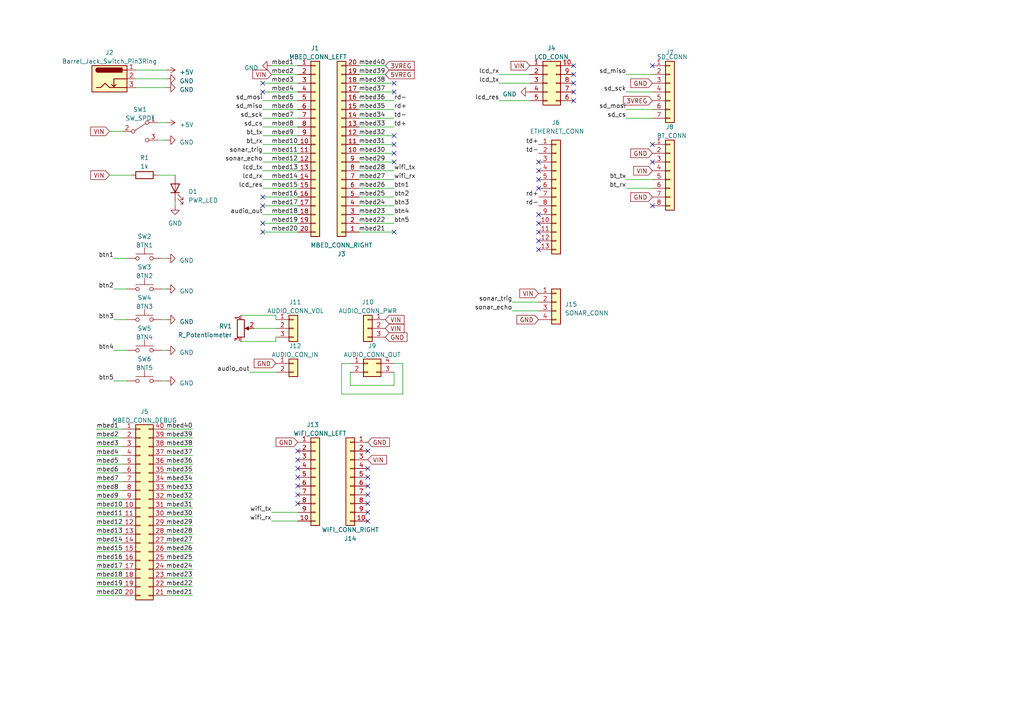
<source format=kicad_sch>
(kicad_sch (version 20230121) (generator eeschema)
  (paper "A4")
  (title_block (title "RoostaBoosta") (date "2023-04-13") (rev "1.0") (comment 1 "A simple header breakout schematic for project."))
  (lib_symbols
    (symbol "Connector:Barrel_Jack_Switch_Pin3Ring" (pin_names hide)
      (property "Reference" "J" (at 0 5.334 0))
      (property "Value" "Barrel_Jack_Switch_Pin3Ring" (at 0 -5.08 0))
      (symbol "Barrel_Jack_Switch_Pin3Ring_0_1"
        (rectangle (start -5.08 3.81) (end 5.08 -3.81) (stroke (width 0.254)) (fill (type background)))
        (arc (start -3.302 3.175) (mid -3.9343 2.54) (end -3.302 1.905) (stroke (width 0.254)))
        (arc (start -3.302 3.175) (mid -3.9343 2.54) (end -3.302 1.905) (stroke (width 0.254)) (fill (type outline)))
        (polyline (pts (xy 1.27 -2.286) (xy 1.905 -1.651)) (stroke (width 0.254)))
        (polyline (pts (xy 5.08 2.54) (xy 3.81 2.54)) (stroke (width 0.254)))
        (polyline (pts (xy 5.08 0) (xy 1.27 0) (xy 1.27 -2.286) (xy 0.635 -1.651)) (stroke (width 0.254)))
        (polyline (pts (xy -3.81 -2.54) (xy -2.54 -2.54) (xy -1.27 -1.27) (xy 0 -2.54) (xy 2.54 -2.54) (xy 5.08 -2.54)) (stroke (width 0.254)))
        (rectangle (start 3.683 3.175) (end -3.302 1.905) (stroke (width 0.254)) (fill (type outline)))
      )
      (symbol "Barrel_Jack_Switch_Pin3Ring_1_1"
        (pin passive line (at 7.62 2.54 180) (length 2.54) (name "~") (number "1"))
        (pin passive line (at 7.62 0 180) (length 2.54) (name "~") (number "2"))
        (pin passive line (at 7.62 -2.54 180) (length 2.54) (name "~") (number "3"))
      )
    )
    (symbol "Connector_Generic:Conn_01x02" (pin_names (offset 1.016) hide)
      (property "Reference" "J" (at 0 2.54 0))
      (property "Value" "Conn_01x02" (at 0 -5.08 0))
      (symbol "Conn_01x02_1_1"
        (rectangle (start -1.27 -2.413) (end 0 -2.667) (stroke (width 0.1524)))
        (rectangle (start -1.27 0.127) (end 0 -0.127) (stroke (width 0.1524)))
        (rectangle (start -1.27 1.27) (end 1.27 -3.81) (stroke (width 0.254)) (fill (type background)))
        (pin passive line (at -5.08 0 0) (length 3.81) (name "Pin_1") (number "1"))
        (pin passive line (at -5.08 -2.54 0) (length 3.81) (name "Pin_2") (number "2"))
      )
    )
    (symbol "Connector_Generic:Conn_01x03" (pin_names (offset 1.016) hide)
      (property "Reference" "J" (at 0 5.08 0))
      (property "Value" "Conn_01x03" (at 0 -5.08 0))
      (symbol "Conn_01x03_1_1"
        (rectangle (start -1.27 -2.413) (end 0 -2.667) (stroke (width 0.1524)))
        (rectangle (start -1.27 0.127) (end 0 -0.127) (stroke (width 0.1524)))
        (rectangle (start -1.27 2.667) (end 0 2.413) (stroke (width 0.1524)))
        (rectangle (start -1.27 3.81) (end 1.27 -3.81) (stroke (width 0.254)) (fill (type background)))
        (pin passive line (at -5.08 2.54 0) (length 3.81) (name "Pin_1") (number "1"))
        (pin passive line (at -5.08 0 0) (length 3.81) (name "Pin_2") (number "2"))
        (pin passive line (at -5.08 -2.54 0) (length 3.81) (name "Pin_3") (number "3"))
      )
    )
    (symbol "Connector_Generic:Conn_01x04" (pin_names (offset 1.016) hide)
      (property "Reference" "J" (at 0 5.08 0))
      (property "Value" "Conn_01x04" (at 0 -7.62 0))
      (symbol "Conn_01x04_1_1"
        (rectangle (start -1.27 -4.953) (end 0 -5.207) (stroke (width 0.1524)))
        (rectangle (start -1.27 -2.413) (end 0 -2.667) (stroke (width 0.1524)))
        (rectangle (start -1.27 0.127) (end 0 -0.127) (stroke (width 0.1524)))
        (rectangle (start -1.27 2.667) (end 0 2.413) (stroke (width 0.1524)))
        (rectangle (start -1.27 3.81) (end 1.27 -6.35) (stroke (width 0.254)) (fill (type background)))
        (pin passive line (at -5.08 2.54 0) (length 3.81) (name "Pin_1") (number "1"))
        (pin passive line (at -5.08 0 0) (length 3.81) (name "Pin_2") (number "2"))
        (pin passive line (at -5.08 -2.54 0) (length 3.81) (name "Pin_3") (number "3"))
        (pin passive line (at -5.08 -5.08 0) (length 3.81) (name "Pin_4") (number "4"))
      )
    )
    (symbol "Connector_Generic:Conn_01x07" (pin_names (offset 1.016) hide)
      (property "Reference" "J" (at 0 10.16 0))
      (property "Value" "Conn_01x07" (at 0 -10.16 0))
      (symbol "Conn_01x07_1_1"
        (rectangle (start -1.27 -7.493) (end 0 -7.747) (stroke (width 0.1524)))
        (rectangle (start -1.27 -4.953) (end 0 -5.207) (stroke (width 0.1524)))
        (rectangle (start -1.27 -2.413) (end 0 -2.667) (stroke (width 0.1524)))
        (rectangle (start -1.27 0.127) (end 0 -0.127) (stroke (width 0.1524)))
        (rectangle (start -1.27 2.667) (end 0 2.413) (stroke (width 0.1524)))
        (rectangle (start -1.27 5.207) (end 0 4.953) (stroke (width 0.1524)))
        (rectangle (start -1.27 7.747) (end 0 7.493) (stroke (width 0.1524)))
        (rectangle (start -1.27 8.89) (end 1.27 -8.89) (stroke (width 0.254)) (fill (type background)))
        (pin passive line (at -5.08 7.62 0) (length 3.81) (name "Pin_1") (number "1"))
        (pin passive line (at -5.08 5.08 0) (length 3.81) (name "Pin_2") (number "2"))
        (pin passive line (at -5.08 2.54 0) (length 3.81) (name "Pin_3") (number "3"))
        (pin passive line (at -5.08 0 0) (length 3.81) (name "Pin_4") (number "4"))
        (pin passive line (at -5.08 -2.54 0) (length 3.81) (name "Pin_5") (number "5"))
        (pin passive line (at -5.08 -5.08 0) (length 3.81) (name "Pin_6") (number "6"))
        (pin passive line (at -5.08 -7.62 0) (length 3.81) (name "Pin_7") (number "7"))
      )
    )
    (symbol "Connector_Generic:Conn_01x08" (pin_names (offset 1.016) hide)
      (property "Reference" "J" (at 0 10.16 0))
      (property "Value" "Conn_01x08" (at 0 -12.7 0))
      (symbol "Conn_01x08_1_1"
        (rectangle (start -1.27 -10.033) (end 0 -10.287) (stroke (width 0.1524)))
        (rectangle (start -1.27 -7.493) (end 0 -7.747) (stroke (width 0.1524)))
        (rectangle (start -1.27 -4.953) (end 0 -5.207) (stroke (width 0.1524)))
        (rectangle (start -1.27 -2.413) (end 0 -2.667) (stroke (width 0.1524)))
        (rectangle (start -1.27 0.127) (end 0 -0.127) (stroke (width 0.1524)))
        (rectangle (start -1.27 2.667) (end 0 2.413) (stroke (width 0.1524)))
        (rectangle (start -1.27 5.207) (end 0 4.953) (stroke (width 0.1524)))
        (rectangle (start -1.27 7.747) (end 0 7.493) (stroke (width 0.1524)))
        (rectangle (start -1.27 8.89) (end 1.27 -11.43) (stroke (width 0.254)) (fill (type background)))
        (pin passive line (at -5.08 7.62 0) (length 3.81) (name "Pin_1") (number "1"))
        (pin passive line (at -5.08 5.08 0) (length 3.81) (name "Pin_2") (number "2"))
        (pin passive line (at -5.08 2.54 0) (length 3.81) (name "Pin_3") (number "3"))
        (pin passive line (at -5.08 0 0) (length 3.81) (name "Pin_4") (number "4"))
        (pin passive line (at -5.08 -2.54 0) (length 3.81) (name "Pin_5") (number "5"))
        (pin passive line (at -5.08 -5.08 0) (length 3.81) (name "Pin_6") (number "6"))
        (pin passive line (at -5.08 -7.62 0) (length 3.81) (name "Pin_7") (number "7"))
        (pin passive line (at -5.08 -10.16 0) (length 3.81) (name "Pin_8") (number "8"))
      )
    )
    (symbol "Connector_Generic:Conn_01x10" (pin_names (offset 1.016) hide)
      (property "Reference" "J" (at 0 12.7 0))
      (property "Value" "Conn_01x10" (at 0 -15.24 0))
      (symbol "Conn_01x10_1_1"
        (rectangle (start -1.27 -12.573) (end 0 -12.827) (stroke (width 0.1524)))
        (rectangle (start -1.27 -10.033) (end 0 -10.287) (stroke (width 0.1524)))
        (rectangle (start -1.27 -7.493) (end 0 -7.747) (stroke (width 0.1524)))
        (rectangle (start -1.27 -4.953) (end 0 -5.207) (stroke (width 0.1524)))
        (rectangle (start -1.27 -2.413) (end 0 -2.667) (stroke (width 0.1524)))
        (rectangle (start -1.27 0.127) (end 0 -0.127) (stroke (width 0.1524)))
        (rectangle (start -1.27 2.667) (end 0 2.413) (stroke (width 0.1524)))
        (rectangle (start -1.27 5.207) (end 0 4.953) (stroke (width 0.1524)))
        (rectangle (start -1.27 7.747) (end 0 7.493) (stroke (width 0.1524)))
        (rectangle (start -1.27 10.287) (end 0 10.033) (stroke (width 0.1524)))
        (rectangle (start -1.27 11.43) (end 1.27 -13.97) (stroke (width 0.254)) (fill (type background)))
        (pin passive line (at -5.08 10.16 0) (length 3.81) (name "Pin_1") (number "1"))
        (pin passive line (at -5.08 -12.7 0) (length 3.81) (name "Pin_10") (number "10"))
        (pin passive line (at -5.08 7.62 0) (length 3.81) (name "Pin_2") (number "2"))
        (pin passive line (at -5.08 5.08 0) (length 3.81) (name "Pin_3") (number "3"))
        (pin passive line (at -5.08 2.54 0) (length 3.81) (name "Pin_4") (number "4"))
        (pin passive line (at -5.08 0 0) (length 3.81) (name "Pin_5") (number "5"))
        (pin passive line (at -5.08 -2.54 0) (length 3.81) (name "Pin_6") (number "6"))
        (pin passive line (at -5.08 -5.08 0) (length 3.81) (name "Pin_7") (number "7"))
        (pin passive line (at -5.08 -7.62 0) (length 3.81) (name "Pin_8") (number "8"))
        (pin passive line (at -5.08 -10.16 0) (length 3.81) (name "Pin_9") (number "9"))
      )
    )
    (symbol "Connector_Generic:Conn_01x13" (pin_names (offset 1.016) hide)
      (property "Reference" "J" (at 0 17.78 0))
      (property "Value" "Conn_01x13" (at 0 -17.78 0))
      (symbol "Conn_01x13_1_1"
        (rectangle (start -1.27 -15.113) (end 0 -15.367) (stroke (width 0.1524)))
        (rectangle (start -1.27 -12.573) (end 0 -12.827) (stroke (width 0.1524)))
        (rectangle (start -1.27 -10.033) (end 0 -10.287) (stroke (width 0.1524)))
        (rectangle (start -1.27 -7.493) (end 0 -7.747) (stroke (width 0.1524)))
        (rectangle (start -1.27 -4.953) (end 0 -5.207) (stroke (width 0.1524)))
        (rectangle (start -1.27 -2.413) (end 0 -2.667) (stroke (width 0.1524)))
        (rectangle (start -1.27 0.127) (end 0 -0.127) (stroke (width 0.1524)))
        (rectangle (start -1.27 2.667) (end 0 2.413) (stroke (width 0.1524)))
        (rectangle (start -1.27 5.207) (end 0 4.953) (stroke (width 0.1524)))
        (rectangle (start -1.27 7.747) (end 0 7.493) (stroke (width 0.1524)))
        (rectangle (start -1.27 10.287) (end 0 10.033) (stroke (width 0.1524)))
        (rectangle (start -1.27 12.827) (end 0 12.573) (stroke (width 0.1524)))
        (rectangle (start -1.27 15.367) (end 0 15.113) (stroke (width 0.1524)))
        (rectangle (start -1.27 16.51) (end 1.27 -16.51) (stroke (width 0.254)) (fill (type background)))
        (pin passive line (at -5.08 15.24 0) (length 3.81) (name "Pin_1") (number "1"))
        (pin passive line (at -5.08 -7.62 0) (length 3.81) (name "Pin_10") (number "10"))
        (pin passive line (at -5.08 -10.16 0) (length 3.81) (name "Pin_11") (number "11"))
        (pin passive line (at -5.08 -12.7 0) (length 3.81) (name "Pin_12") (number "12"))
        (pin passive line (at -5.08 -15.24 0) (length 3.81) (name "Pin_13") (number "13"))
        (pin passive line (at -5.08 12.7 0) (length 3.81) (name "Pin_2") (number "2"))
        (pin passive line (at -5.08 10.16 0) (length 3.81) (name "Pin_3") (number "3"))
        (pin passive line (at -5.08 7.62 0) (length 3.81) (name "Pin_4") (number "4"))
        (pin passive line (at -5.08 5.08 0) (length 3.81) (name "Pin_5") (number "5"))
        (pin passive line (at -5.08 2.54 0) (length 3.81) (name "Pin_6") (number "6"))
        (pin passive line (at -5.08 0 0) (length 3.81) (name "Pin_7") (number "7"))
        (pin passive line (at -5.08 -2.54 0) (length 3.81) (name "Pin_8") (number "8"))
        (pin passive line (at -5.08 -5.08 0) (length 3.81) (name "Pin_9") (number "9"))
      )
    )
    (symbol "Connector_Generic:Conn_01x20" (pin_names (offset 1.016) hide)
      (property "Reference" "J" (at 0 25.4 0))
      (property "Value" "Conn_01x20" (at 0 -27.94 0))
      (symbol "Conn_01x20_1_1"
        (rectangle (start -1.27 -25.273) (end 0 -25.527) (stroke (width 0.1524)))
        (rectangle (start -1.27 -22.733) (end 0 -22.987) (stroke (width 0.1524)))
        (rectangle (start -1.27 -20.193) (end 0 -20.447) (stroke (width 0.1524)))
        (rectangle (start -1.27 -17.653) (end 0 -17.907) (stroke (width 0.1524)))
        (rectangle (start -1.27 -15.113) (end 0 -15.367) (stroke (width 0.1524)))
        (rectangle (start -1.27 -12.573) (end 0 -12.827) (stroke (width 0.1524)))
        (rectangle (start -1.27 -10.033) (end 0 -10.287) (stroke (width 0.1524)))
        (rectangle (start -1.27 -7.493) (end 0 -7.747) (stroke (width 0.1524)))
        (rectangle (start -1.27 -4.953) (end 0 -5.207) (stroke (width 0.1524)))
        (rectangle (start -1.27 -2.413) (end 0 -2.667) (stroke (width 0.1524)))
        (rectangle (start -1.27 0.127) (end 0 -0.127) (stroke (width 0.1524)))
        (rectangle (start -1.27 2.667) (end 0 2.413) (stroke (width 0.1524)))
        (rectangle (start -1.27 5.207) (end 0 4.953) (stroke (width 0.1524)))
        (rectangle (start -1.27 7.747) (end 0 7.493) (stroke (width 0.1524)))
        (rectangle (start -1.27 10.287) (end 0 10.033) (stroke (width 0.1524)))
        (rectangle (start -1.27 12.827) (end 0 12.573) (stroke (width 0.1524)))
        (rectangle (start -1.27 15.367) (end 0 15.113) (stroke (width 0.1524)))
        (rectangle (start -1.27 17.907) (end 0 17.653) (stroke (width 0.1524)))
        (rectangle (start -1.27 20.447) (end 0 20.193) (stroke (width 0.1524)))
        (rectangle (start -1.27 22.987) (end 0 22.733) (stroke (width 0.1524)))
        (rectangle (start -1.27 24.13) (end 1.27 -26.67) (stroke (width 0.254)) (fill (type background)))
        (pin passive line (at -5.08 22.86 0) (length 3.81) (name "Pin_1") (number "1"))
        (pin passive line (at -5.08 0 0) (length 3.81) (name "Pin_10") (number "10"))
        (pin passive line (at -5.08 -2.54 0) (length 3.81) (name "Pin_11") (number "11"))
        (pin passive line (at -5.08 -5.08 0) (length 3.81) (name "Pin_12") (number "12"))
        (pin passive line (at -5.08 -7.62 0) (length 3.81) (name "Pin_13") (number "13"))
        (pin passive line (at -5.08 -10.16 0) (length 3.81) (name "Pin_14") (number "14"))
        (pin passive line (at -5.08 -12.7 0) (length 3.81) (name "Pin_15") (number "15"))
        (pin passive line (at -5.08 -15.24 0) (length 3.81) (name "Pin_16") (number "16"))
        (pin passive line (at -5.08 -17.78 0) (length 3.81) (name "Pin_17") (number "17"))
        (pin passive line (at -5.08 -20.32 0) (length 3.81) (name "Pin_18") (number "18"))
        (pin passive line (at -5.08 -22.86 0) (length 3.81) (name "Pin_19") (number "19"))
        (pin passive line (at -5.08 20.32 0) (length 3.81) (name "Pin_2") (number "2"))
        (pin passive line (at -5.08 -25.4 0) (length 3.81) (name "Pin_20") (number "20"))
        (pin passive line (at -5.08 17.78 0) (length 3.81) (name "Pin_3") (number "3"))
        (pin passive line (at -5.08 15.24 0) (length 3.81) (name "Pin_4") (number "4"))
        (pin passive line (at -5.08 12.7 0) (length 3.81) (name "Pin_5") (number "5"))
        (pin passive line (at -5.08 10.16 0) (length 3.81) (name "Pin_6") (number "6"))
        (pin passive line (at -5.08 7.62 0) (length 3.81) (name "Pin_7") (number "7"))
        (pin passive line (at -5.08 5.08 0) (length 3.81) (name "Pin_8") (number "8"))
        (pin passive line (at -5.08 2.54 0) (length 3.81) (name "Pin_9") (number "9"))
      )
    )
    (symbol "Connector_Generic:Conn_02x02_Counter_Clockwise" (pin_names (offset 1.016) hide)
      (property "Reference" "J" (at 1.27 2.54 0))
      (property "Value" "Conn_02x02_Counter_Clockwise" (at 1.27 -5.08 0))
      (symbol "Conn_02x02_Counter_Clockwise_1_1"
        (rectangle (start -1.27 -2.413) (end 0 -2.667) (stroke (width 0.1524)))
        (rectangle (start -1.27 0.127) (end 0 -0.127) (stroke (width 0.1524)))
        (rectangle (start -1.27 1.27) (end 3.81 -3.81) (stroke (width 0.254)) (fill (type background)))
        (rectangle (start 3.81 -2.413) (end 2.54 -2.667) (stroke (width 0.1524)))
        (rectangle (start 3.81 0.127) (end 2.54 -0.127) (stroke (width 0.1524)))
        (pin passive line (at -5.08 0 0) (length 3.81) (name "Pin_1") (number "1"))
        (pin passive line (at -5.08 -2.54 0) (length 3.81) (name "Pin_2") (number "2"))
        (pin passive line (at 7.62 -2.54 180) (length 3.81) (name "Pin_3") (number "3"))
        (pin passive line (at 7.62 0 180) (length 3.81) (name "Pin_4") (number "4"))
      )
    )
    (symbol "Connector_Generic:Conn_02x05_Counter_Clockwise" (pin_names (offset 1.016) hide)
      (property "Reference" "J" (at 1.27 7.62 0))
      (property "Value" "Conn_02x05_Counter_Clockwise" (at 1.27 -7.62 0))
      (symbol "Conn_02x05_Counter_Clockwise_1_1"
        (rectangle (start -1.27 -4.953) (end 0 -5.207) (stroke (width 0.1524)))
        (rectangle (start -1.27 -2.413) (end 0 -2.667) (stroke (width 0.1524)))
        (rectangle (start -1.27 0.127) (end 0 -0.127) (stroke (width 0.1524)))
        (rectangle (start -1.27 2.667) (end 0 2.413) (stroke (width 0.1524)))
        (rectangle (start -1.27 5.207) (end 0 4.953) (stroke (width 0.1524)))
        (rectangle (start -1.27 6.35) (end 3.81 -6.35) (stroke (width 0.254)) (fill (type background)))
        (rectangle (start 3.81 -4.953) (end 2.54 -5.207) (stroke (width 0.1524)))
        (rectangle (start 3.81 -2.413) (end 2.54 -2.667) (stroke (width 0.1524)))
        (rectangle (start 3.81 0.127) (end 2.54 -0.127) (stroke (width 0.1524)))
        (rectangle (start 3.81 2.667) (end 2.54 2.413) (stroke (width 0.1524)))
        (rectangle (start 3.81 5.207) (end 2.54 4.953) (stroke (width 0.1524)))
        (pin passive line (at -5.08 5.08 0) (length 3.81) (name "Pin_1") (number "1"))
        (pin passive line (at 7.62 5.08 180) (length 3.81) (name "Pin_10") (number "10"))
        (pin passive line (at -5.08 2.54 0) (length 3.81) (name "Pin_2") (number "2"))
        (pin passive line (at -5.08 0 0) (length 3.81) (name "Pin_3") (number "3"))
        (pin passive line (at -5.08 -2.54 0) (length 3.81) (name "Pin_4") (number "4"))
        (pin passive line (at -5.08 -5.08 0) (length 3.81) (name "Pin_5") (number "5"))
        (pin passive line (at 7.62 -5.08 180) (length 3.81) (name "Pin_6") (number "6"))
        (pin passive line (at 7.62 -2.54 180) (length 3.81) (name "Pin_7") (number "7"))
        (pin passive line (at 7.62 0 180) (length 3.81) (name "Pin_8") (number "8"))
        (pin passive line (at 7.62 2.54 180) (length 3.81) (name "Pin_9") (number "9"))
      )
    )
    (symbol "Connector_Generic:Conn_02x20_Counter_Clockwise" (pin_names (offset 1.016) hide)
      (property "Reference" "J" (at 1.27 25.4 0))
      (property "Value" "Conn_02x20_Counter_Clockwise" (at 1.27 -27.94 0))
      (symbol "Conn_02x20_Counter_Clockwise_1_1"
        (rectangle (start -1.27 -25.273) (end 0 -25.527) (stroke (width 0.1524)))
        (rectangle (start -1.27 -22.733) (end 0 -22.987) (stroke (width 0.1524)))
        (rectangle (start -1.27 -20.193) (end 0 -20.447) (stroke (width 0.1524)))
        (rectangle (start -1.27 -17.653) (end 0 -17.907) (stroke (width 0.1524)))
        (rectangle (start -1.27 -15.113) (end 0 -15.367) (stroke (width 0.1524)))
        (rectangle (start -1.27 -12.573) (end 0 -12.827) (stroke (width 0.1524)))
        (rectangle (start -1.27 -10.033) (end 0 -10.287) (stroke (width 0.1524)))
        (rectangle (start -1.27 -7.493) (end 0 -7.747) (stroke (width 0.1524)))
        (rectangle (start -1.27 -4.953) (end 0 -5.207) (stroke (width 0.1524)))
        (rectangle (start -1.27 -2.413) (end 0 -2.667) (stroke (width 0.1524)))
        (rectangle (start -1.27 0.127) (end 0 -0.127) (stroke (width 0.1524)))
        (rectangle (start -1.27 2.667) (end 0 2.413) (stroke (width 0.1524)))
        (rectangle (start -1.27 5.207) (end 0 4.953) (stroke (width 0.1524)))
        (rectangle (start -1.27 7.747) (end 0 7.493) (stroke (width 0.1524)))
        (rectangle (start -1.27 10.287) (end 0 10.033) (stroke (width 0.1524)))
        (rectangle (start -1.27 12.827) (end 0 12.573) (stroke (width 0.1524)))
        (rectangle (start -1.27 15.367) (end 0 15.113) (stroke (width 0.1524)))
        (rectangle (start -1.27 17.907) (end 0 17.653) (stroke (width 0.1524)))
        (rectangle (start -1.27 20.447) (end 0 20.193) (stroke (width 0.1524)))
        (rectangle (start -1.27 22.987) (end 0 22.733) (stroke (width 0.1524)))
        (rectangle (start -1.27 24.13) (end 3.81 -26.67) (stroke (width 0.254)) (fill (type background)))
        (rectangle (start 3.81 -25.273) (end 2.54 -25.527) (stroke (width 0.1524)))
        (rectangle (start 3.81 -22.733) (end 2.54 -22.987) (stroke (width 0.1524)))
        (rectangle (start 3.81 -20.193) (end 2.54 -20.447) (stroke (width 0.1524)))
        (rectangle (start 3.81 -17.653) (end 2.54 -17.907) (stroke (width 0.1524)))
        (rectangle (start 3.81 -15.113) (end 2.54 -15.367) (stroke (width 0.1524)))
        (rectangle (start 3.81 -12.573) (end 2.54 -12.827) (stroke (width 0.1524)))
        (rectangle (start 3.81 -10.033) (end 2.54 -10.287) (stroke (width 0.1524)))
        (rectangle (start 3.81 -7.493) (end 2.54 -7.747) (stroke (width 0.1524)))
        (rectangle (start 3.81 -4.953) (end 2.54 -5.207) (stroke (width 0.1524)))
        (rectangle (start 3.81 -2.413) (end 2.54 -2.667) (stroke (width 0.1524)))
        (rectangle (start 3.81 0.127) (end 2.54 -0.127) (stroke (width 0.1524)))
        (rectangle (start 3.81 2.667) (end 2.54 2.413) (stroke (width 0.1524)))
        (rectangle (start 3.81 5.207) (end 2.54 4.953) (stroke (width 0.1524)))
        (rectangle (start 3.81 7.747) (end 2.54 7.493) (stroke (width 0.1524)))
        (rectangle (start 3.81 10.287) (end 2.54 10.033) (stroke (width 0.1524)))
        (rectangle (start 3.81 12.827) (end 2.54 12.573) (stroke (width 0.1524)))
        (rectangle (start 3.81 15.367) (end 2.54 15.113) (stroke (width 0.1524)))
        (rectangle (start 3.81 17.907) (end 2.54 17.653) (stroke (width 0.1524)))
        (rectangle (start 3.81 20.447) (end 2.54 20.193) (stroke (width 0.1524)))
        (rectangle (start 3.81 22.987) (end 2.54 22.733) (stroke (width 0.1524)))
        (pin passive line (at -5.08 22.86 0) (length 3.81) (name "Pin_1") (number "1"))
        (pin passive line (at -5.08 0 0) (length 3.81) (name "Pin_10") (number "10"))
        (pin passive line (at -5.08 -2.54 0) (length 3.81) (name "Pin_11") (number "11"))
        (pin passive line (at -5.08 -5.08 0) (length 3.81) (name "Pin_12") (number "12"))
        (pin passive line (at -5.08 -7.62 0) (length 3.81) (name "Pin_13") (number "13"))
        (pin passive line (at -5.08 -10.16 0) (length 3.81) (name "Pin_14") (number "14"))
        (pin passive line (at -5.08 -12.7 0) (length 3.81) (name "Pin_15") (number "15"))
        (pin passive line (at -5.08 -15.24 0) (length 3.81) (name "Pin_16") (number "16"))
        (pin passive line (at -5.08 -17.78 0) (length 3.81) (name "Pin_17") (number "17"))
        (pin passive line (at -5.08 -20.32 0) (length 3.81) (name "Pin_18") (number "18"))
        (pin passive line (at -5.08 -22.86 0) (length 3.81) (name "Pin_19") (number "19"))
        (pin passive line (at -5.08 20.32 0) (length 3.81) (name "Pin_2") (number "2"))
        (pin passive line (at -5.08 -25.4 0) (length 3.81) (name "Pin_20") (number "20"))
        (pin passive line (at 7.62 -25.4 180) (length 3.81) (name "Pin_21") (number "21"))
        (pin passive line (at 7.62 -22.86 180) (length 3.81) (name "Pin_22") (number "22"))
        (pin passive line (at 7.62 -20.32 180) (length 3.81) (name "Pin_23") (number "23"))
        (pin passive line (at 7.62 -17.78 180) (length 3.81) (name "Pin_24") (number "24"))
        (pin passive line (at 7.62 -15.24 180) (length 3.81) (name "Pin_25") (number "25"))
        (pin passive line (at 7.62 -12.7 180) (length 3.81) (name "Pin_26") (number "26"))
        (pin passive line (at 7.62 -10.16 180) (length 3.81) (name "Pin_27") (number "27"))
        (pin passive line (at 7.62 -7.62 180) (length 3.81) (name "Pin_28") (number "28"))
        (pin passive line (at 7.62 -5.08 180) (length 3.81) (name "Pin_29") (number "29"))
        (pin passive line (at -5.08 17.78 0) (length 3.81) (name "Pin_3") (number "3"))
        (pin passive line (at 7.62 -2.54 180) (length 3.81) (name "Pin_30") (number "30"))
        (pin passive line (at 7.62 0 180) (length 3.81) (name "Pin_31") (number "31"))
        (pin passive line (at 7.62 2.54 180) (length 3.81) (name "Pin_32") (number "32"))
        (pin passive line (at 7.62 5.08 180) (length 3.81) (name "Pin_33") (number "33"))
        (pin passive line (at 7.62 7.62 180) (length 3.81) (name "Pin_34") (number "34"))
        (pin passive line (at 7.62 10.16 180) (length 3.81) (name "Pin_35") (number "35"))
        (pin passive line (at 7.62 12.7 180) (length 3.81) (name "Pin_36") (number "36"))
        (pin passive line (at 7.62 15.24 180) (length 3.81) (name "Pin_37") (number "37"))
        (pin passive line (at 7.62 17.78 180) (length 3.81) (name "Pin_38") (number "38"))
        (pin passive line (at 7.62 20.32 180) (length 3.81) (name "Pin_39") (number "39"))
        (pin passive line (at -5.08 15.24 0) (length 3.81) (name "Pin_4") (number "4"))
        (pin passive line (at 7.62 22.86 180) (length 3.81) (name "Pin_40") (number "40"))
        (pin passive line (at -5.08 12.7 0) (length 3.81) (name "Pin_5") (number "5"))
        (pin passive line (at -5.08 10.16 0) (length 3.81) (name "Pin_6") (number "6"))
        (pin passive line (at -5.08 7.62 0) (length 3.81) (name "Pin_7") (number "7"))
        (pin passive line (at -5.08 5.08 0) (length 3.81) (name "Pin_8") (number "8"))
        (pin passive line (at -5.08 2.54 0) (length 3.81) (name "Pin_9") (number "9"))
      )
    )
    (symbol "Device:LED" (pin_numbers hide) (pin_names (offset 1.016) hide)
      (property "Reference" "D" (at 0 2.54 0))
      (property "Value" "LED" (at 0 -2.54 0))
      (symbol "LED_0_1"
        (polyline (pts (xy -1.27 -1.27) (xy -1.27 1.27)) (stroke (width 0.254)))
        (polyline (pts (xy -1.27 0) (xy 1.27 0)))
        (polyline (pts (xy 1.27 -1.27) (xy 1.27 1.27) (xy -1.27 0) (xy 1.27 -1.27)) (stroke (width 0.254)))
        (polyline (pts (xy -3.048 -0.762) (xy -4.572 -2.286) (xy -3.81 -2.286) (xy -4.572 -2.286) (xy -4.572 -1.524)))
        (polyline (pts (xy -1.778 -0.762) (xy -3.302 -2.286) (xy -2.54 -2.286) (xy -3.302 -2.286) (xy -3.302 -1.524)))
      )
      (symbol "LED_1_1"
        (pin passive line (at -3.81 0 0) (length 2.54) (name "K") (number "1"))
        (pin passive line (at 3.81 0 180) (length 2.54) (name "A") (number "2"))
      )
    )
    (symbol "Device:R" (pin_numbers hide) (pin_names (offset 0))
      (property "Reference" "R" (at 2.032 0 90))
      (property "Value" "R" (at 0 0 90))
      (symbol "R_0_1"
        (rectangle (start -1.016 -2.54) (end 1.016 2.54) (stroke (width 0.254)))
      )
      (symbol "R_1_1"
        (pin passive line (at 0 3.81 270) (length 1.27) (name "~") (number "1"))
        (pin passive line (at 0 -3.81 90) (length 1.27) (name "~") (number "2"))
      )
    )
    (symbol "Device:R_Potentiometer" (pin_names (offset 1.016) hide)
      (property "Reference" "RV" (at -4.445 0 90))
      (property "Value" "R_Potentiometer" (at -2.54 0 90))
      (symbol "R_Potentiometer_0_1"
        (polyline (pts (xy 2.54 0) (xy 1.524 0)))
        (polyline (pts (xy 1.143 0) (xy 2.286 0.508) (xy 2.286 -0.508) (xy 1.143 0)) (fill (type outline)))
        (rectangle (start 1.016 2.54) (end -1.016 -2.54) (stroke (width 0.254)))
      )
      (symbol "R_Potentiometer_1_1"
        (pin passive line (at 0 3.81 270) (length 1.27) (name "1") (number "1"))
        (pin passive line (at 3.81 0 180) (length 1.27) (name "2") (number "2"))
        (pin passive line (at 0 -3.81 90) (length 1.27) (name "3") (number "3"))
      )
    )
    (symbol "Switch:SW_Push" (pin_numbers hide) (pin_names (offset 1.016) hide)
      (property "Reference" "SW" (at 1.27 2.54 0))
      (property "Value" "SW_Push" (at 0 -1.524 0))
      (symbol "SW_Push_0_1"
        (circle (center -2.032 0) (radius 0.508))
        (polyline (pts (xy 0 1.27) (xy 0 3.048)))
        (polyline (pts (xy 2.54 1.27) (xy -2.54 1.27)))
        (circle (center 2.032 0) (radius 0.508))
        (pin passive line (at -5.08 0 0) (length 2.54) (name "1") (number "1"))
        (pin passive line (at 5.08 0 180) (length 2.54) (name "2") (number "2"))
      )
    )
    (symbol "Switch:SW_SPDT" (pin_names (offset 0) hide)
      (property "Reference" "SW" (at 0 4.318 0))
      (property "Value" "SW_SPDT" (at 0 -5.08 0))
      (symbol "SW_SPDT_0_0"
        (circle (center -2.032 0) (radius 0.508))
        (circle (center 2.032 -2.54) (radius 0.508))
      )
      (symbol "SW_SPDT_0_1"
        (polyline (pts (xy -1.524 0.254) (xy 1.651 2.286)))
        (circle (center 2.032 2.54) (radius 0.508))
      )
      (symbol "SW_SPDT_1_1"
        (pin passive line (at 5.08 2.54 180) (length 2.54) (name "A") (number "1"))
        (pin passive line (at -5.08 0 0) (length 2.54) (name "B") (number "2"))
        (pin passive line (at 5.08 -2.54 180) (length 2.54) (name "C") (number "3"))
      )
    )
    (symbol "power:+5V" (power) (pin_names (offset 0))
      (property "Value" "+5V" (at 0 3.556 0))
      (symbol "+5V_0_1"
        (polyline (pts (xy -0.762 1.27) (xy 0 2.54)))
        (polyline (pts (xy 0 0) (xy 0 2.54)))
        (polyline (pts (xy 0 2.54) (xy 0.762 1.27)))
      )
      (symbol "+5V_1_1"
        (pin power_in line (at 0 0 90) (length 0) hide (name "+5V") (number "1"))
      )
    )
    (symbol "power:GND" (power) (pin_names (offset 0))
      (property "Value" "GND" (at 0 -3.81 0))
      (symbol "GND_0_1"
        (polyline (pts (xy 0 0) (xy 0 -1.27) (xy 1.27 -1.27) (xy 0 -2.54) (xy -1.27 -1.27) (xy 0 -1.27)))
      )
      (symbol "GND_1_1"
        (pin power_in line (at 0 0 270) (length 0) hide (name "GND") (number "1"))
      )
    )
  )
  (no_connect (at 86.36 140.97))
  (no_connect (at 76.2 67.31))
  (no_connect (at 189.23 41.91))
  (no_connect (at 114.3 41.91))
  (no_connect (at 106.68 135.89))
  (no_connect (at 189.23 46.99))
  (no_connect (at 156.21 72.39))
  (no_connect (at 166.37 26.67))
  (no_connect (at 106.68 148.59))
  (no_connect (at 114.3 46.99))
  (no_connect (at 166.37 21.59))
  (no_connect (at 156.21 46.99))
  (no_connect (at 156.21 49.53))
  (no_connect (at 156.21 64.77))
  (no_connect (at 156.21 69.85))
  (no_connect (at 86.36 135.89))
  (no_connect (at 166.37 24.13))
  (no_connect (at 86.36 133.35))
  (no_connect (at 76.2 26.67))
  (no_connect (at 189.23 19.05))
  (no_connect (at 156.21 54.61))
  (no_connect (at 76.2 64.77))
  (no_connect (at 76.2 24.13))
  (no_connect (at 106.68 143.51))
  (no_connect (at 106.68 140.97))
  (no_connect (at 106.68 138.43))
  (no_connect (at 114.3 39.37))
  (no_connect (at 166.37 29.21))
  (no_connect (at 166.37 19.05))
  (no_connect (at 106.68 130.81))
  (no_connect (at 86.36 130.81))
  (no_connect (at 86.36 143.51))
  (no_connect (at 189.23 59.69))
  (no_connect (at 156.21 67.31))
  (no_connect (at 106.68 146.05))
  (no_connect (at 156.21 62.23))
  (no_connect (at 76.2 57.15))
  (no_connect (at 114.3 44.45))
  (no_connect (at 114.3 26.67))
  (no_connect (at 114.3 24.13))
  (no_connect (at 86.36 138.43))
  (no_connect (at 86.36 146.05))
  (no_connect (at 76.2 59.69))
  (no_connect (at 106.68 151.13))
  (no_connect (at 114.3 67.31))
  (no_connect (at 156.21 52.07))
  (wire (pts (xy 104.14 21.59) (xy 111.76 21.59)))
  (wire (pts (xy 144.78 21.59) (xy 153.67 21.59)))
  (wire (pts (xy 181.61 52.07) (xy 189.23 52.07)))
  (wire (pts (xy 76.2 59.69) (xy 86.36 59.69)))
  (wire (pts (xy 104.14 57.15) (xy 114.3 57.15)))
  (wire (pts (xy 80.01 91.44) (xy 80.01 92.71)))
  (wire (pts (xy 48.26 137.16) (xy 55.88 137.16)))
  (wire (pts (xy 104.14 44.45) (xy 114.3 44.45)))
  (wire (pts (xy 76.2 57.15) (xy 86.36 57.15)))
  (wire (pts (xy 27.94 137.16) (xy 35.56 137.16)))
  (wire (pts (xy 27.94 152.4) (xy 35.56 152.4)))
  (wire (pts (xy 104.14 54.61) (xy 114.3 54.61)))
  (wire (pts (xy 45.72 35.56) (xy 48.26 35.56)))
  (wire (pts (xy 48.26 124.46) (xy 55.88 124.46)))
  (wire (pts (xy 99.06 114.3) (xy 116.84 114.3)))
  (wire (pts (xy 48.26 147.32) (xy 55.88 147.32)))
  (wire (pts (xy 48.26 154.94) (xy 55.88 154.94)))
  (wire (pts (xy 181.61 54.61) (xy 189.23 54.61)))
  (wire (pts (xy 104.14 67.31) (xy 114.3 67.31)))
  (wire (pts (xy 48.26 74.93) (xy 46.99 74.93)))
  (wire (pts (xy 76.2 24.13) (xy 86.36 24.13)))
  (wire (pts (xy 104.14 24.13) (xy 114.3 24.13)))
  (wire (pts (xy 27.94 149.86) (xy 35.56 149.86)))
  (wire (pts (xy 101.6 107.95) (xy 101.6 111.76)))
  (wire (pts (xy 78.74 21.59) (xy 86.36 21.59)))
  (wire (pts (xy 104.14 52.07) (xy 114.3 52.07)))
  (wire (pts (xy 76.2 54.61) (xy 86.36 54.61)))
  (wire (pts (xy 27.94 139.7) (xy 35.56 139.7)))
  (wire (pts (xy 27.94 160.02) (xy 35.56 160.02)))
  (wire (pts (xy 27.94 162.56) (xy 35.56 162.56)))
  (wire (pts (xy 78.74 151.13) (xy 86.36 151.13)))
  (wire (pts (xy 101.6 111.76) (xy 114.3 111.76)))
  (wire (pts (xy 48.26 110.49) (xy 46.99 110.49)))
  (wire (pts (xy 114.3 105.41) (xy 116.84 105.41)))
  (wire (pts (xy 181.61 31.75) (xy 189.23 31.75)))
  (wire (pts (xy 73.66 95.25) (xy 80.01 95.25)))
  (wire (pts (xy 48.26 101.6) (xy 46.99 101.6)))
  (wire (pts (xy 39.37 22.86) (xy 48.26 22.86)))
  (wire (pts (xy 104.14 59.69) (xy 114.3 59.69)))
  (wire (pts (xy 27.94 124.46) (xy 35.56 124.46)))
  (wire (pts (xy 104.14 41.91) (xy 114.3 41.91)))
  (wire (pts (xy 36.83 92.71) (xy 33.02 92.71)))
  (wire (pts (xy 27.94 129.54) (xy 35.56 129.54)))
  (wire (pts (xy 27.94 157.48) (xy 35.56 157.48)))
  (wire (pts (xy 104.14 29.21) (xy 114.3 29.21)))
  (wire (pts (xy 27.94 132.08) (xy 35.56 132.08)))
  (wire (pts (xy 104.14 49.53) (xy 114.3 49.53)))
  (wire (pts (xy 48.26 92.71) (xy 46.99 92.71)))
  (wire (pts (xy 50.8 58.42) (xy 50.8 59.69)))
  (wire (pts (xy 36.83 83.82) (xy 33.02 83.82)))
  (wire (pts (xy 27.94 142.24) (xy 35.56 142.24)))
  (wire (pts (xy 48.26 134.62) (xy 55.88 134.62)))
  (wire (pts (xy 76.2 39.37) (xy 86.36 39.37)))
  (wire (pts (xy 27.94 144.78) (xy 35.56 144.78)))
  (wire (pts (xy 76.2 64.77) (xy 86.36 64.77)))
  (wire (pts (xy 104.14 39.37) (xy 114.3 39.37)))
  (wire (pts (xy 69.85 99.06) (xy 80.01 99.06)))
  (wire (pts (xy 116.84 114.3) (xy 116.84 105.41)))
  (wire (pts (xy 104.14 26.67) (xy 114.3 26.67)))
  (wire (pts (xy 104.14 34.29) (xy 114.3 34.29)))
  (wire (pts (xy 104.14 46.99) (xy 114.3 46.99)))
  (wire (pts (xy 148.59 87.63) (xy 156.21 87.63)))
  (wire (pts (xy 76.2 36.83) (xy 86.36 36.83)))
  (wire (pts (xy 99.06 105.41) (xy 99.06 114.3)))
  (wire (pts (xy 76.2 34.29) (xy 86.36 34.29)))
  (wire (pts (xy 69.85 91.44) (xy 80.01 91.44)))
  (wire (pts (xy 39.37 25.4) (xy 48.26 25.4)))
  (wire (pts (xy 78.74 148.59) (xy 86.36 148.59)))
  (wire (pts (xy 27.94 147.32) (xy 35.56 147.32)))
  (wire (pts (xy 101.6 105.41) (xy 99.06 105.41)))
  (wire (pts (xy 48.26 144.78) (xy 55.88 144.78)))
  (wire (pts (xy 36.83 110.49) (xy 33.02 110.49)))
  (wire (pts (xy 48.26 132.08) (xy 55.88 132.08)))
  (wire (pts (xy 45.72 40.64) (xy 48.26 40.64)))
  (wire (pts (xy 27.94 167.64) (xy 35.56 167.64)))
  (wire (pts (xy 48.26 139.7) (xy 55.88 139.7)))
  (wire (pts (xy 27.94 170.18) (xy 35.56 170.18)))
  (wire (pts (xy 76.2 49.53) (xy 86.36 49.53)))
  (wire (pts (xy 48.26 152.4) (xy 55.88 152.4)))
  (wire (pts (xy 181.61 26.67) (xy 189.23 26.67)))
  (wire (pts (xy 48.26 160.02) (xy 55.88 160.02)))
  (wire (pts (xy 48.26 127) (xy 55.88 127)))
  (wire (pts (xy 80.01 99.06) (xy 80.01 97.79)))
  (wire (pts (xy 36.83 101.6) (xy 33.02 101.6)))
  (wire (pts (xy 48.26 165.1) (xy 55.88 165.1)))
  (wire (pts (xy 27.94 154.94) (xy 35.56 154.94)))
  (wire (pts (xy 31.75 50.8) (xy 38.1 50.8)))
  (wire (pts (xy 39.37 20.32) (xy 48.26 20.32)))
  (wire (pts (xy 48.26 167.64) (xy 55.88 167.64)))
  (wire (pts (xy 31.75 38.1) (xy 35.56 38.1)))
  (wire (pts (xy 104.14 19.05) (xy 111.76 19.05)))
  (wire (pts (xy 76.2 41.91) (xy 86.36 41.91)))
  (wire (pts (xy 48.26 157.48) (xy 55.88 157.48)))
  (wire (pts (xy 48.26 162.56) (xy 55.88 162.56)))
  (wire (pts (xy 76.2 46.99) (xy 86.36 46.99)))
  (wire (pts (xy 27.94 165.1) (xy 35.56 165.1)))
  (wire (pts (xy 27.94 134.62) (xy 35.56 134.62)))
  (wire (pts (xy 76.2 26.67) (xy 86.36 26.67)))
  (wire (pts (xy 76.2 52.07) (xy 86.36 52.07)))
  (wire (pts (xy 181.61 34.29) (xy 189.23 34.29)))
  (wire (pts (xy 78.74 19.05) (xy 86.36 19.05)))
  (wire (pts (xy 104.14 62.23) (xy 114.3 62.23)))
  (wire (pts (xy 48.26 149.86) (xy 55.88 149.86)))
  (wire (pts (xy 76.2 29.21) (xy 86.36 29.21)))
  (wire (pts (xy 104.14 64.77) (xy 114.3 64.77)))
  (wire (pts (xy 48.26 172.72) (xy 55.88 172.72)))
  (wire (pts (xy 27.94 172.72) (xy 35.56 172.72)))
  (wire (pts (xy 48.26 170.18) (xy 55.88 170.18)))
  (wire (pts (xy 48.26 129.54) (xy 55.88 129.54)))
  (wire (pts (xy 76.2 62.23) (xy 86.36 62.23)))
  (wire (pts (xy 148.59 90.17) (xy 156.21 90.17)))
  (wire (pts (xy 144.78 29.21) (xy 153.67 29.21)))
  (wire (pts (xy 36.83 74.93) (xy 33.02 74.93)))
  (wire (pts (xy 76.2 31.75) (xy 86.36 31.75)))
  (wire (pts (xy 48.26 83.82) (xy 46.99 83.82)))
  (wire (pts (xy 181.61 21.59) (xy 189.23 21.59)))
  (wire (pts (xy 76.2 67.31) (xy 86.36 67.31)))
  (wire (pts (xy 72.39 107.95) (xy 80.01 107.95)))
  (wire (pts (xy 76.2 44.45) (xy 86.36 44.45)))
  (wire (pts (xy 104.14 31.75) (xy 114.3 31.75)))
  (wire (pts (xy 144.78 24.13) (xy 153.67 24.13)))
  (wire (pts (xy 104.14 36.83) (xy 114.3 36.83)))
  (wire (pts (xy 114.3 107.95) (xy 114.3 111.76)))
  (wire (pts (xy 45.72 50.8) (xy 50.8 50.8)))
  (wire (pts (xy 48.26 142.24) (xy 55.88 142.24)))
  (wire (pts (xy 27.94 127) (xy 35.56 127)))
  (label "lcd_res" (at 144.78 29.21 180))
  (label "mbed35" (at 55.88 137.16 180))
  (label "sonar_trig" (at 76.2 44.45 180))
  (label "mbed18" (at 27.94 167.64 0))
  (label "mbed18" (at 78.74 62.23 0))
  (label "td-" (at 114.3 34.29 0))
  (label "mbed38" (at 111.76 24.13 180))
  (label "btn3" (at 33.02 92.71 180))
  (label "mbed38" (at 55.88 129.54 180))
  (label "bt_tx" (at 76.2 39.37 180))
  (label "rd+" (at 156.21 57.15 180))
  (label "rd+" (at 114.3 31.75 0))
  (label "audio_out" (at 76.2 62.23 180))
  (label "btn5" (at 114.3 64.77 0))
  (label "mbed20" (at 27.94 172.72 0))
  (label "mbed15" (at 27.94 160.02 0))
  (label "wifi_tx" (at 78.74 148.59 180))
  (label "mbed28" (at 111.76 49.53 180))
  (label "sd_cs" (at 76.2 36.83 180))
  (label "mbed22" (at 111.76 64.77 180))
  (label "wifi_tx" (at 114.3 49.53 0))
  (label "mbed5" (at 78.74 29.21 0))
  (label "mbed10" (at 78.74 41.91 0))
  (label "mbed10" (at 27.94 147.32 0))
  (label "mbed39" (at 55.88 127 180))
  (label "mbed28" (at 55.88 154.94 180))
  (label "mbed16" (at 78.74 57.15 0))
  (label "mbed22" (at 55.88 170.18 180))
  (label "btn2" (at 114.3 57.15 0))
  (label "mbed3" (at 27.94 129.54 0))
  (label "mbed9" (at 27.94 144.78 0))
  (label "mbed26" (at 55.88 160.02 180))
  (label "mbed25" (at 111.76 57.15 180))
  (label "mbed23" (at 55.88 167.64 180))
  (label "mbed26" (at 111.76 54.61 180))
  (label "mbed11" (at 78.74 44.45 0))
  (label "mbed19" (at 78.74 64.77 0))
  (label "sd_miso" (at 181.61 21.59 180))
  (label "mbed36" (at 55.88 134.62 180))
  (label "mbed34" (at 111.76 34.29 180))
  (label "sd_miso" (at 76.2 31.75 180))
  (label "bt_rx" (at 181.61 54.61 180))
  (label "mbed9" (at 78.74 39.37 0))
  (label "sd_sck" (at 76.2 34.29 180))
  (label "mbed4" (at 78.74 26.67 0))
  (label "lcd_res" (at 76.2 54.61 180))
  (label "td-" (at 156.21 44.45 180))
  (label "sd_cs" (at 181.61 34.29 180))
  (label "mbed13" (at 78.74 49.53 0))
  (label "mbed40" (at 111.76 19.05 180))
  (label "mbed8" (at 27.94 142.24 0))
  (label "mbed33" (at 55.88 142.24 180))
  (label "mbed39" (at 111.76 21.59 180))
  (label "mbed37" (at 111.76 26.67 180))
  (label "btn4" (at 33.02 101.6 180))
  (label "mbed27" (at 55.88 157.48 180))
  (label "td+" (at 156.21 41.91 180))
  (label "mbed21" (at 55.88 172.72 180))
  (label "btn1" (at 114.3 54.61 0))
  (label "mbed14" (at 27.94 157.48 0))
  (label "mbed2" (at 27.94 127 0))
  (label "mbed1" (at 27.94 124.46 0))
  (label "mbed7" (at 27.94 139.7 0))
  (label "mbed33" (at 111.76 36.83 180))
  (label "mbed6" (at 78.74 31.75 0))
  (label "mbed1" (at 78.74 19.05 0))
  (label "sonar_echo" (at 148.59 90.17 180))
  (label "mbed23" (at 111.76 62.23 180))
  (label "mbed37" (at 55.88 132.08 180))
  (label "mbed12" (at 78.74 46.99 0))
  (label "mbed34" (at 55.88 139.7 180))
  (label "sonar_trig" (at 148.59 87.63 180))
  (label "lcd_tx" (at 76.2 49.53 180))
  (label "mbed14" (at 78.74 52.07 0))
  (label "mbed29" (at 111.76 46.99 180))
  (label "wifi_rx" (at 114.3 52.07 0))
  (label "mbed16" (at 27.94 162.56 0))
  (label "sonar_echo" (at 76.2 46.99 180))
  (label "mbed36" (at 111.76 29.21 180))
  (label "mbed29" (at 55.88 152.4 180))
  (label "mbed7" (at 78.74 34.29 0))
  (label "mbed19" (at 27.94 170.18 0))
  (label "mbed31" (at 55.88 147.32 180))
  (label "td+" (at 114.3 36.83 0))
  (label "lcd_rx" (at 144.78 21.59 180))
  (label "mbed24" (at 55.88 165.1 180))
  (label "mbed24" (at 111.76 59.69 180))
  (label "mbed2" (at 78.74 21.59 0))
  (label "mbed3" (at 78.74 24.13 0))
  (label "btn3" (at 114.3 59.69 0))
  (label "sd_sck" (at 181.61 26.67 180))
  (label "bt_tx" (at 181.61 52.07 180))
  (label "bt_rx" (at 76.2 41.91 180))
  (label "mbed8" (at 78.74 36.83 0))
  (label "rd-" (at 156.21 59.69 180))
  (label "mbed17" (at 27.94 165.1 0))
  (label "btn5" (at 33.02 110.49 180))
  (label "lcd_rx" (at 76.2 52.07 180))
  (label "audio_out" (at 72.39 107.95 180))
  (label "mbed6" (at 27.94 137.16 0))
  (label "mbed30" (at 55.88 149.86 180))
  (label "lcd_tx" (at 144.78 24.13 180))
  (label "mbed30" (at 111.76 44.45 180))
  (label "mbed32" (at 111.76 39.37 180))
  (label "mbed20" (at 78.74 67.31 0))
  (label "btn4" (at 114.3 62.23 0))
  (label "mbed11" (at 27.94 149.86 0))
  (label "btn2" (at 33.02 83.82 180))
  (label "sd_mosi" (at 76.2 29.21 180))
  (label "btn1" (at 33.02 74.93 180))
  (label "sd_mosi" (at 181.61 31.75 180))
  (label "wifi_rx" (at 78.74 151.13 180))
  (label "rd-" (at 114.3 29.21 0))
  (label "mbed4" (at 27.94 132.08 0))
  (label "mbed21" (at 111.76 67.31 180))
  (label "mbed12" (at 27.94 152.4 0))
  (label "mbed5" (at 27.94 134.62 0))
  (label "mbed35" (at 111.76 31.75 180))
  (label "mbed40" (at 55.88 124.46 180))
  (label "mbed17" (at 78.74 59.69 0))
  (label "mbed25" (at 55.88 162.56 180))
  (label "mbed27" (at 111.76 52.07 180))
  (label "mbed31" (at 111.76 41.91 180))
  (label "mbed15" (at 78.74 54.61 0))
  (label "mbed13" (at 27.94 154.94 0))
  (label "mbed32" (at 55.88 144.78 180))
  (global_label "GND" (shape input) (at 189.23 57.15 180) (property "Intersheetrefs" "${INTERSHEET_REFS}" (effects hide)))
  (global_label "GND" (shape input) (at 189.23 44.45 180) (property "Intersheetrefs" "${INTERSHEET_REFS}" (effects hide)))
  (global_label "VIN" (shape input) (at 31.75 38.1 180) (property "Intersheetrefs" "${INTERSHEET_REFS}" (effects hide)))
  (global_label "VIN" (shape input) (at 111.76 95.25 0) (property "Intersheetrefs" "${INTERSHEET_REFS}" (effects hide)))
  (global_label "GND" (shape input) (at 189.23 24.13 180) (property "Intersheetrefs" "${INTERSHEET_REFS}" (effects hide)))
  (global_label "3VREG" (shape input) (at 189.23 29.21 180) (property "Intersheetrefs" "${INTERSHEET_REFS}" (effects hide)))
  (global_label "5VREG" (shape input) (at 111.76 21.59 0) (property "Intersheetrefs" "${INTERSHEET_REFS}" (effects hide)))
  (global_label "VIN" (shape input) (at 31.75 50.8 180) (property "Intersheetrefs" "${INTERSHEET_REFS}" (effects hide)))
  (global_label "VIN" (shape input) (at 153.67 19.05 180) (property "Intersheetrefs" "${INTERSHEET_REFS}" (effects hide)))
  (global_label "GND" (shape input) (at 156.21 92.71 180) (property "Intersheetrefs" "${INTERSHEET_REFS}" (effects hide)))
  (global_label "VIN" (shape input) (at 78.74 21.59 180) (property "Intersheetrefs" "${INTERSHEET_REFS}" (effects hide)))
  (global_label "GND" (shape input) (at 106.68 128.27 0) (property "Intersheetrefs" "${INTERSHEET_REFS}" (effects hide)))
  (global_label "GND" (shape input) (at 86.36 128.27 180) (property "Intersheetrefs" "${INTERSHEET_REFS}" (effects hide)))
  (global_label "GND" (shape input) (at 111.76 97.79 0) (property "Intersheetrefs" "${INTERSHEET_REFS}" (effects hide)))
  (global_label "VIN" (shape input) (at 156.21 85.09 180) (property "Intersheetrefs" "${INTERSHEET_REFS}" (effects hide)))
  (global_label "VIN" (shape input) (at 189.23 49.53 180) (property "Intersheetrefs" "${INTERSHEET_REFS}" (effects hide)))
  (global_label "3VREG" (shape input) (at 111.76 19.05 0) (property "Intersheetrefs" "${INTERSHEET_REFS}" (effects hide)))
  (global_label "VIN" (shape input) (at 106.68 133.35 0) (property "Intersheetrefs" "${INTERSHEET_REFS}" (effects hide)))
  (global_label "VIN" (shape input) (at 111.76 92.71 0) (property "Intersheetrefs" "${INTERSHEET_REFS}" (effects hide)))
  (global_label "GND" (shape input) (at 80.01 105.41 180) (property "Intersheetrefs" "${INTERSHEET_REFS}" (effects hide)))
  (symbol (lib_id "Switch:SW_Push") (at 41.91 92.71 0) (unit 1)
    (property "Reference" "SW4" (at 41.91 86.36 0))
    (property "Value" "BTN3" (at 41.91 88.9 0))
    (property "Footprint" "Button_Switch_THT:SW_PUSH_6mm" (effects hide))
  )
  (symbol (lib_id "Connector_Generic:Conn_01x03") (at 85.09 95.25 0) (unit 1)
    (property "Reference" "J11" (at 83.82 87.63 0) (effects (justify left)))
    (property "Value" "AUDIO_CONN_VOL" (at 77.47 90.17 0) (effects (justify left)))
    (property "Footprint" "Connector_PinSocket_2.54mm:PinSocket_1x03_P2.54mm_Vertical" (effects hide))
  )
  (symbol (lib_id "power:GND") (at 48.26 83.82 90) (unit 1)
    (property "Reference" "#PWR09" (effects hide))
    (property "Value" "GND" (at 52.07 84.455 90) (effects (justify right)))
  )
  (symbol (lib_id "Connector:Barrel_Jack_Switch_Pin3Ring") (at 31.75 22.86 0) (unit 1)
    (property "Reference" "J2" (at 31.75 15.24 0))
    (property "Value" "Barrel_Jack_Switch_Pin3Ring" (at 31.75 17.78 0))
    (property "Footprint" "Connector_BarrelJack:BarrelJack_Horizontal" (effects hide))
  )
  (symbol (lib_id "Connector_Generic:Conn_01x04") (at 161.29 87.63 0) (unit 1)
    (property "Reference" "J15" (at 163.83 88.265 0) (effects (justify left)))
    (property "Value" "SONAR_CONN" (at 163.83 90.805 0) (effects (justify left)))
    (property "Footprint" "Connector_PinSocket_2.54mm:PinSocket_1x04_P2.54mm_Vertical" (effects hide))
  )
  (symbol (lib_id "power:GND") (at 78.74 19.05 270) (unit 1)
    (property "Reference" "#PWR01" (effects hide))
    (property "Value" "GND" (at 74.93 19.685 90) (effects (justify right)))
  )
  (symbol (lib_id "power:GND") (at 48.26 40.64 90) (unit 1)
    (property "Reference" "#PWR06" (effects hide))
    (property "Value" "GND" (at 52.07 41.275 90) (effects (justify right)))
  )
  (symbol (lib_id "power:GND") (at 48.26 101.6 90) (unit 1)
    (property "Reference" "#PWR011" (effects hide))
    (property "Value" "GND" (at 52.07 102.235 90) (effects (justify right)))
  )
  (symbol (lib_id "Switch:SW_Push") (at 41.91 83.82 0) (unit 1)
    (property "Reference" "SW3" (at 41.91 77.47 0))
    (property "Value" "BTN2" (at 41.91 80.01 0))
    (property "Footprint" "Button_Switch_THT:SW_PUSH_6mm" (effects hide))
  )
  (symbol (lib_id "Connector_Generic:Conn_01x07") (at 194.31 26.67 0) (unit 1)
    (property "Reference" "J7" (at 193.04 15.24 0) (effects (justify left)))
    (property "Value" "SD_CONN" (at 190.5 16.51 0) (effects (justify left)))
    (property "Footprint" "Connector_PinSocket_2.54mm:PinSocket_1x07_P2.54mm_Vertical" (effects hide))
  )
  (symbol (lib_id "Connector_Generic:Conn_01x03") (at 106.68 95.25 0) (mirror y) (unit 1)
    (property "Reference" "J10" (at 106.68 87.63 0))
    (property "Value" "AUDIO_CONN_PWR" (at 106.68 90.17 0))
    (property "Footprint" "Connector_PinSocket_2.54mm:PinSocket_1x03_P2.54mm_Vertical" (effects hide))
  )
  (symbol (lib_id "Connector_Generic:Conn_01x02") (at 85.09 105.41 0) (unit 1)
    (property "Reference" "J12" (at 83.82 100.33 0) (effects (justify left)))
    (property "Value" "AUDIO_CON_IN" (at 78.74 102.87 0) (effects (justify left)))
    (property "Footprint" "Connector_PinSocket_2.54mm:PinSocket_1x02_P2.54mm_Vertical" (effects hide))
  )
  (symbol (lib_id "Connector_Generic:Conn_02x05_Counter_Clockwise") (at 158.75 24.13 0) (unit 1)
    (property "Reference" "J4" (at 158.75 13.97 0) (effects (justify left)))
    (property "Value" "LCD_CONN" (at 154.94 16.51 0) (effects (justify left)))
    (property "Footprint" "Connector_PinSocket_2.54mm:PinSocket_2x05_P2.54mm_Vertical" (effects hide))
  )
  (symbol (lib_id "Device:R_Potentiometer") (at 69.85 95.25 0) (unit 1)
    (property "Reference" "RV1" (at 67.31 94.615 0) (effects (justify right)))
    (property "Value" "R_Potentiometer" (at 67.31 97.155 0) (effects (justify right)))
    (property "Footprint" "Potentiometer_THT:Potentiometer_ACP_CA6-H2,5_Horizontal" (effects hide))
  )
  (symbol (lib_id "power:+5V") (at 48.26 20.32 270) (unit 1)
    (property "Reference" "#PWR05" (effects hide))
    (property "Value" "+5V" (at 52.07 20.955 90) (effects (justify left)))
  )
  (symbol (lib_id "Switch:SW_Push") (at 41.91 110.49 0) (unit 1)
    (property "Reference" "SW6" (at 41.91 104.14 0))
    (property "Value" "BNT5" (at 41.91 106.68 0))
    (property "Footprint" "Button_Switch_THT:SW_PUSH_6mm" (effects hide))
  )
  (symbol (lib_id "Switch:SW_Push") (at 41.91 101.6 0) (unit 1)
    (property "Reference" "SW5" (at 41.91 95.25 0))
    (property "Value" "BTN4" (at 41.91 97.79 0))
    (property "Footprint" "Button_Switch_THT:SW_PUSH_6mm" (effects hide))
  )
  (symbol (lib_id "Connector_Generic:Conn_01x20") (at 99.06 44.45 180) (unit 1)
    (property "Reference" "J3" (at 99.06 73.66 0))
    (property "Value" "MBED_CONN_RIGHT" (at 99.06 71.12 0))
    (property "Footprint" "Connector_PinHeader_2.54mm:PinHeader_1x20_P2.54mm_Vertical" (effects hide))
  )
  (symbol (lib_id "Switch:SW_Push") (at 41.91 74.93 0) (unit 1)
    (property "Reference" "SW2" (at 41.91 68.58 0))
    (property "Value" "BTN1" (at 41.91 71.12 0))
    (property "Footprint" "Button_Switch_THT:SW_PUSH_6mm" (effects hide))
  )
  (symbol (lib_id "Connector_Generic:Conn_02x02_Counter_Clockwise") (at 106.68 105.41 0) (unit 1)
    (property "Reference" "J9" (at 107.95 100.33 0))
    (property "Value" "AUDIO_CONN_OUT" (at 107.95 102.87 0))
    (property "Footprint" "Connector_PinSocket_2.54mm:PinSocket_2x02_P2.54mm_Vertical" (effects hide))
  )
  (symbol (lib_id "power:GND") (at 48.26 110.49 90) (unit 1)
    (property "Reference" "#PWR012" (effects hide))
    (property "Value" "GND" (at 52.07 111.125 90) (effects (justify right)))
  )
  (symbol (lib_id "Connector_Generic:Conn_01x08") (at 194.31 49.53 0) (unit 1)
    (property "Reference" "J8" (at 193.04 36.83 0) (effects (justify left)))
    (property "Value" "BT_CONN" (at 190.5 39.37 0) (effects (justify left)))
    (property "Footprint" "Connector_PinSocket_2.54mm:PinSocket_1x08_P2.54mm_Vertical" (effects hide))
  )
  (symbol (lib_id "Switch:SW_SPDT") (at 40.64 38.1 0) (unit 1)
    (property "Reference" "SW1" (at 40.64 31.75 0))
    (property "Value" "SW_SPDT" (at 40.64 34.29 0))
    (property "Footprint" "Button_Switch_THT:SW_Slide_1P2T_CK_OS102011MS2Q" (effects hide))
  )
  (symbol (lib_id "power:+5V") (at 48.26 35.56 270) (unit 1)
    (property "Reference" "#PWR07" (effects hide))
    (property "Value" "+5V" (at 52.07 36.195 90) (effects (justify left)))
  )
  (symbol (lib_id "Connector_Generic:Conn_01x10") (at 101.6 138.43 0) (mirror y) (unit 1)
    (property "Reference" "J14" (at 101.6 156.21 0))
    (property "Value" "WIFI_CONN_RIGHT" (at 101.6 153.67 0))
    (property "Footprint" "Connector_PinSocket_2.54mm:PinSocket_1x10_P2.54mm_Vertical" (effects hide))
  )
  (symbol (lib_id "power:GND") (at 50.8 59.69 0) (unit 1)
    (property "Reference" "#PWR02" (effects hide))
    (property "Value" "GND" (at 50.8 64.77 0))
  )
  (symbol (lib_id "power:GND") (at 48.26 74.93 90) (unit 1)
    (property "Reference" "#PWR08" (effects hide))
    (property "Value" "GND" (at 52.07 75.565 90) (effects (justify right)))
  )
  (symbol (lib_id "power:GND") (at 48.26 22.86 90) (unit 1)
    (property "Reference" "#PWR03" (effects hide))
    (property "Value" "GND" (at 52.07 23.495 90) (effects (justify right)))
  )
  (symbol (lib_id "Connector_Generic:Conn_01x13") (at 161.29 57.15 0) (unit 1)
    (property "Reference" "J6" (at 160.02 35.56 0) (effects (justify left)))
    (property "Value" "ETHERNET_CONN" (at 153.67 38.1 0) (effects (justify left)))
    (property "Footprint" "Connector_PinSocket_2.54mm:PinSocket_1x13_P2.54mm_Vertical" (effects hide))
  )
  (symbol (lib_id "power:GND") (at 48.26 92.71 90) (unit 1)
    (property "Reference" "#PWR010" (effects hide))
    (property "Value" "GND" (at 52.07 93.345 90) (effects (justify right)))
  )
  (symbol (lib_id "Connector_Generic:Conn_01x10") (at 91.44 138.43 0) (unit 1)
    (property "Reference" "J13" (at 88.9 123.19 0) (effects (justify left)))
    (property "Value" "WIFI_CONN_LEFT" (at 85.09 125.73 0) (effects (justify left)))
    (property "Footprint" "Connector_PinSocket_2.54mm:PinSocket_1x10_P2.54mm_Vertical" (effects hide))
  )
  (symbol (lib_id "power:GND") (at 153.67 26.67 270) (mirror x) (unit 1)
    (property "Reference" "#PWR013" (effects hide))
    (property "Value" "GND" (at 149.86 27.305 90) (effects (justify right)))
  )
  (symbol (lib_id "power:GND") (at 48.26 25.4 90) (unit 1)
    (property "Reference" "#PWR04" (effects hide))
    (property "Value" "GND" (at 52.07 26.035 90) (effects (justify right)))
  )
  (symbol (lib_id "Connector_Generic:Conn_01x20") (at 91.44 41.91 0) (unit 1)
    (property "Reference" "J1" (at 90.17 13.97 0) (effects (justify left)))
    (property "Value" "MBED_CONN_LEFT" (at 83.82 16.51 0) (effects (justify left)))
    (property "Footprint" "Connector_PinHeader_2.54mm:PinHeader_1x20_P2.54mm_Vertical" (effects hide))
  )
  (symbol (lib_id "Device:LED") (at 50.8 54.61 90) (unit 1)
    (property "Reference" "D1" (at 54.61 55.5625 90) (effects (justify right)))
    (property "Value" "PWR_LED" (at 54.61 58.1025 90) (effects (justify right)))
    (property "Footprint" "LED_THT:LED_D1.8mm_W3.3mm_H2.4mm" (effects hide))
  )
  (symbol (lib_id "Device:R") (at 41.91 50.8 270) (unit 1)
    (property "Reference" "R1" (at 41.91 45.72 90))
    (property "Value" "1k" (at 41.91 48.26 90))
    (property "Footprint" "Resistor_THT:R_Axial_DIN0207_L6.3mm_D2.5mm_P10.16mm_Horizontal" (effects hide))
  )
  (symbol (lib_id "Connector_Generic:Conn_02x20_Counter_Clockwise") (at 40.64 147.32 0) (unit 1)
    (property "Reference" "J5" (at 41.91 119.38 0))
    (property "Value" "MBED_CONN_DEBUG" (at 41.91 121.92 0))
    (property "Footprint" "Connector_PinHeader_2.54mm:PinHeader_2x20_P2.54mm_Vertical" (effects hide))
  )
)
</source>
